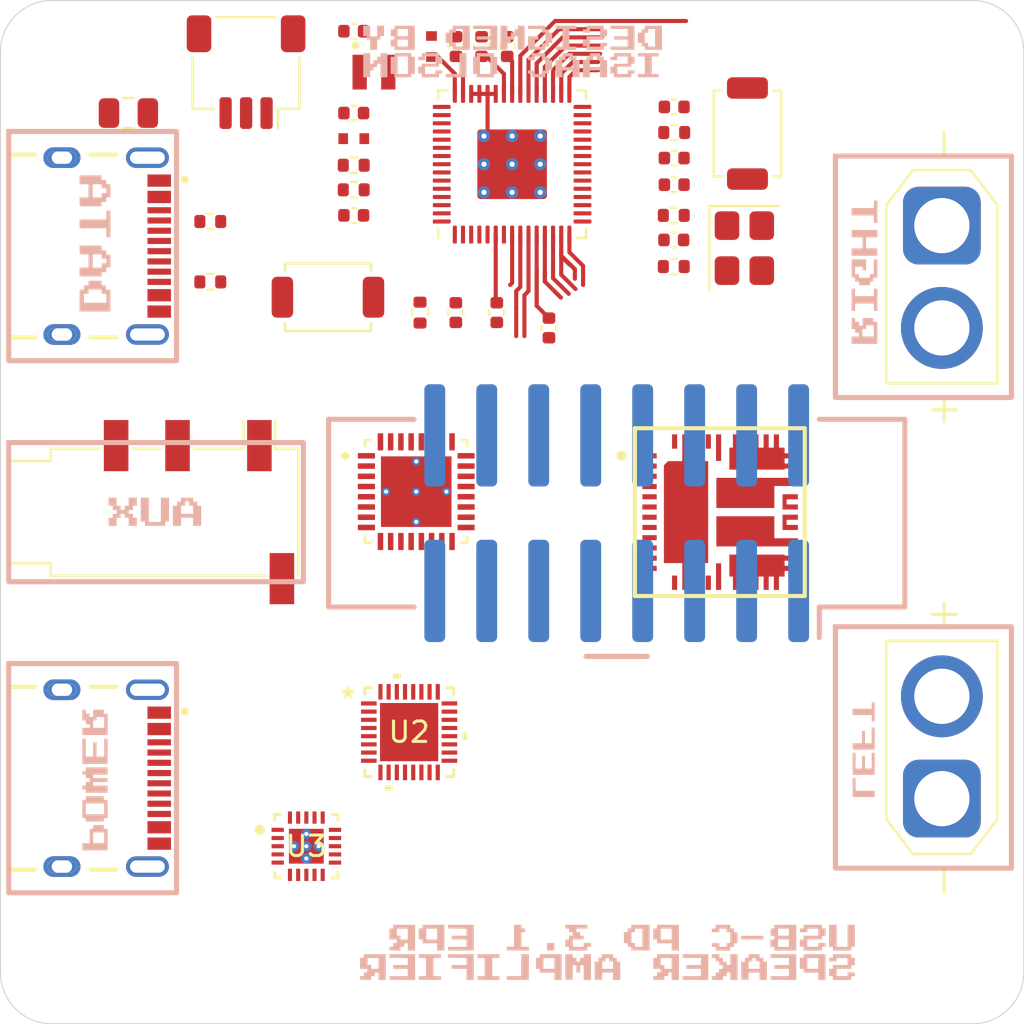
<source format=kicad_pcb>
(kicad_pcb (version 20241229) (generator "pcbnew") (generator_version "9.0")
  (layers (0 "F.Cu" signal) (4 "In1.Cu" signal) (6 "In2.Cu" signal) (8 "In3.Cu" signal) (10 "In4.Cu" signal) (2 "B.Cu" signal) (13 "F.Paste" user) (15 "B.Paste" user) (5 "F.SilkS" user "F.Silkscreen") (7 "B.SilkS" user "B.Silkscreen") (1 "F.Mask" user) (3 "B.Mask" user) (25 "Edge.Cuts" user))
  (net 0 "")
  (net 1 "+5V")
  (net 2 "GND")
  (net 3 "/XIN")
  (net 4 "Net-(C4-Pad1)")
  (net 5 "+3V3")
  (net 6 "+1V1")
  (net 7 "/VREG_AVDD")
  (net 8 "Net-(USB_DATA1-CC2)")
  (net 9 "Net-(USB_DATA1-CC1)")
  (net 24 "/SWD")
  (net 25 "/SWCLK")
  (net 26 "/VREG_LX")
  (net 27 "Net-(R1-Pad1)")
  (net 28 "/XOUT")
  (net 29 "/~{USB_BOOT}")
  (net 30 "/QSPI_SS")
  (net 31 "Net-(U1-USB_DP)")
  (net 32 "/USB_D+")
  (net 33 "Net-(U1-USB_DM)")
  (net 34 "/USB_D-")
  (net 35 "/GPIO22")
  (net 36 "/GPIO0")
  (net 37 "/GPIO20")
  (net 38 "/GPIO24")
  (net 39 "/GPIO23")
  (net 40 "/GPIO9")
  (net 41 "/GPIO4")
  (net 42 "/GPIO2")
  (net 43 "/GPIO5")
  (net 44 "/GPIO19")
  (net 45 "/GPIO17")
  (net 46 "/GPIO14")
  (net 47 "/GPIO16")
  (net 48 "/GPIO12")
  (net 49 "/GPIO7")
  (net 50 "/GPIO8")
  (net 51 "/QSPI_SD2")
  (net 52 "/RUN")
  (net 53 "/GPIO21")
  (net 54 "/GPIO25")
  (net 55 "/GPIO15")
  (net 56 "/GPIO3")
  (net 57 "/QSPI_SD0")
  (net 58 "/GPIO6")
  (net 59 "/GPIO13")
  (net 60 "/QSPI_SD3")
  (net 61 "/GPIO1")
  (net 62 "/GPIO11")
  (net 63 "/GPIO10")
  (net 64 "/QSPI_SD1")
  (net 65 "/QSPI_SCLK")
  (net 66 "/GPIO18")
  (footprint "MountingHole:MountingHole_2.1mm" (layer "F.Cu") (at 147.5 147.5)
    (property "Reference" "H3" (hide yes))
    (property "Value" "MountingHole" (hide yes))
  )
  (footprint "TI:RUK0020B-MFG" (layer "F.Cu") (at 114.944364 141.325737)
    (property "Reference" "U3")
    (property "Value" "TPD4S480RUKR" (hide yes))
  )
  (footprint "Capacitor_SMD:C_0805_2012Metric" (layer "F.Cu") (at 106.25 105.5)
    (property "Reference" "C2" (hide yes))
    (property "Value" "10u" (hide yes))
  )
  (footprint "RP2350_60QFN_minimal:RP2350-QFN-60-1EP_7x7_P0.4mm_EP3.4x3.4mm_ThermalVias" (layer "F.Cu") (at 125 108 90)
    (property "Reference" "U1" (hide yes))
    (property "Value" "RP2350_60QFN" (hide yes))
  )
  (footprint "Resistor_SMD:R_0402_1005Metric" (layer "F.Cu") (at 117.26 108.05)
    (property "Reference" "R8" (hide yes))
    (property "Value" "27" (hide yes))
  )
  (footprint "Capacitor_SMD:C_0402_1005Metric" (layer "F.Cu") (at 117.26 105.5 180)
    (property "Reference" "C12" (hide yes))
    (property "Value" "100n" (hide yes))
  )
  (footprint "Button_Switch_SMD:SW_SPST_TS-1088-xR020" (layer "F.Cu") (at 136.5 106.5 -90)
    (property "Reference" "SW2" (hide yes))
    (property "Value" "SW_Push" (hide yes))
  )
  (footprint "USB4105_GF_A_120:GCT_USB4105-GF-A-120" (layer "F.Cu") (at 103 112 -90)
    (property "Reference" "USB_DATA1" (hide yes))
    (property "Value" "USB4105-GF-A-120" (hide yes))
    (fp_line (start -4.62 0.4) (end -4.62 -0.4) (stroke (width 0.01)) (layer "Edge.Cuts"))
    (fp_line (start 4.02 0.4) (end 4.02 -0.4) (stroke (width 0.01)) (layer "Edge.Cuts"))
    (fp_line (start -4.02 -0.4) (end -4.02 0.4) (stroke (width 0.01)) (layer "Edge.Cuts"))
    (fp_line (start 4.62 -0.4) (end 4.62 0.4) (stroke (width 0.01)) (layer "Edge.Cuts"))
    (fp_arc (start -4.32 0.7) (mid -4.532132 0.612132) (end -4.62 0.4) (stroke (width 0.01)) (layer "Edge.Cuts"))
    (fp_arc (start 4.32 0.7) (mid 4.107868 0.612132) (end 4.02 0.4) (stroke (width 0.01)) (layer "Edge.Cuts"))
    (fp_arc (start -4.02 0.4) (mid -4.107868 0.612132) (end -4.32 0.7) (stroke (width 0.01)) (layer "Edge.Cuts"))
    (fp_arc (start 4.62 0.4) (mid 4.532132 0.612132) (end 4.32 0.7) (stroke (width 0.01)) (layer "Edge.Cuts"))
    (fp_arc (start -4.62 -0.4) (mid -4.532132 -0.612132) (end -4.32 -0.7) (stroke (width 0.01)) (layer "Edge.Cuts"))
    (fp_arc (start 4.02 -0.4) (mid 4.107868 -0.612132) (end 4.32 -0.7) (stroke (width 0.01)) (layer "Edge.Cuts"))
    (fp_arc (start -4.32 -0.7) (mid -4.107868 -0.612132) (end -4.02 -0.4) (stroke (width 0.01)) (layer "Edge.Cuts"))
    (fp_arc (start 4.32 -0.7) (mid 4.532132 -0.612132) (end 4.62 -0.4) (stroke (width 0.01)) (layer "Edge.Cuts"))
  )
  (footprint "Library:IFX-PG-IQFN-42-1-V" (layer "F.Cu") (at 135 125)
    (property "Reference" "U5" (hide yes))
    (property "Value" "MA5332MS" (hide yes))
  )
  (footprint "RP2350_60QFN_minimal:C_0402_1005Metric_small_pads" (layer "F.Cu") (at 121.06 102.25 90)
    (property "Reference" "C6" (hide yes))
    (property "Value" "4.7u" (hide yes))
  )
  (footprint "Capacitor_SMD:C_0402_1005Metric" (layer "F.Cu") (at 132.92 107.7 180)
    (property "Reference" "C4" (hide yes))
    (property "Value" "15p" (hide yes))
  )
  (footprint "Capacitor_SMD:C_0402_1005Metric" (layer "F.Cu") (at 132.9 111.7)
    (property "Reference" "C3" (hide yes))
    (property "Value" "15p" (hide yes))
  )
  (footprint "Capacitor_SMD:C_0402_1005Metric" (layer "F.Cu") (at 117.26 101.5 180)
    (property "Reference" "C9" (hide yes))
    (property "Value" "4.7u" (hide yes))
  )
  (footprint "USB4105_GF_A_120:GCT_USB4105-GF-A-120" (layer "F.Cu") (at 103 138 -90)
    (property "Reference" "USB_POWER1" (hide yes))
    (property "Value" "USB4105-GF-A-120" (hide yes))
    (fp_line (start -4.62 0.4) (end -4.62 -0.4) (stroke (width 0.01)) (layer "Edge.Cuts"))
    (fp_line (start 4.02 0.4) (end 4.02 -0.4) (stroke (width 0.01)) (layer "Edge.Cuts"))
    (fp_line (start -4.02 -0.4) (end -4.02 0.4) (stroke (width 0.01)) (layer "Edge.Cuts"))
    (fp_line (start 4.62 -0.4) (end 4.62 0.4) (stroke (width 0.01)) (layer "Edge.Cuts"))
    (fp_arc (start -4.32 0.7) (mid -4.532132 0.612132) (end -4.62 0.4) (stroke (width 0.01)) (layer "Edge.Cuts"))
    (fp_arc (start 4.32 0.7) (mid 4.107868 0.612132) (end 4.02 0.4) (stroke (width 0.01)) (layer "Edge.Cuts"))
    (fp_arc (start -4.02 0.4) (mid -4.107868 0.612132) (end -4.32 0.7) (stroke (width 0.01)) (layer "Edge.Cuts"))
    (fp_arc (start 4.62 0.4) (mid 4.532132 0.612132) (end 4.32 0.7) (stroke (width 0.01)) (layer "Edge.Cuts"))
    (fp_arc (start -4.62 -0.4) (mid -4.532132 -0.612132) (end -4.32 -0.7) (stroke (width 0.01)) (layer "Edge.Cuts"))
    (fp_arc (start 4.02 -0.4) (mid 4.107868 -0.612132) (end 4.32 -0.7) (stroke (width 0.01)) (layer "Edge.Cuts"))
    (fp_arc (start -4.32 -0.7) (mid -4.107868 -0.612132) (end -4.02 -0.4) (stroke (width 0.01)) (layer "Edge.Cuts"))
    (fp_arc (start 4.32 -0.7) (mid 4.532132 -0.612132) (end 4.62 -0.4) (stroke (width 0.01)) (layer "Edge.Cuts"))
  )
  (footprint "Resistor_SMD:R_0402_1005Metric" (layer "F.Cu") (at 132.9 113)
    (property "Reference" "R5" (hide yes))
    (property "Value" "33" (hide yes))
  )
  (footprint "RP2350_60QFN_minimal:C_0402_1005Metric_small_pads" (layer "F.Cu") (at 117.26 106.75 180)
    (property "Reference" "C7" (hide yes))
    (property "Value" "4.7u" (hide yes))
  )
  (footprint "Capacitor_SMD:C_0402_1005Metric" (layer "F.Cu") (at 117.26 110.5 180)
    (property "Reference" "C15" (hide yes))
    (property "Value" "100n" (hide yes))
  )
  (footprint "Connector_AMASS:AMASS_XT30U-F_1x02_P5.0mm_Vertical" (layer "F.Cu") (at 146 139 90)
    (property "Reference" "L_OUT1" (hide yes))
    (property "Value" "Conn_01x02_Socket" (hide yes))
  )
  (footprint "Resistor_SMD:R_0402_1005Metric" (layer "F.Cu") (at 132.9 110.5)
    (property "Reference" "R2" (hide yes))
    (property "Value" "1k" (hide yes))
  )
  (footprint "Capacitor_SMD:C_0402_1005Metric" (layer "F.Cu") (at 122.26 102.25 90)
    (property "Reference" "C14" (hide yes))
    (property "Value" "100n" (hide yes))
  )
  (footprint "MountingHole:MountingHole_2.1mm" (layer "F.Cu") (at 147.5 102.5)
    (property "Reference" "H2" (hide yes))
    (property "Value" "MountingHole" (hide yes))
  )
  (footprint "Connector_Audio:Jack_3.5mm_PJ320D_Horizontal" (layer "F.Cu") (at 108.825 125)
    (property "Reference" "TRS1" (hide yes))
    (property "Value" "AudioJack3_Ground" (hide yes))
  )
  (footprint "Capacitor_SMD:C_0402_1005Metric" (layer "F.Cu") (at 132.92 109)
    (property "Reference" "C11" (hide yes))
    (property "Value" "100n" (hide yes))
  )
  (footprint "Resistor_SMD:R_0402_1005Metric" (layer "F.Cu") (at 120.5 115.25 -90)
    (property "Reference" "R6" (hide yes))
    (property "Value" "1k" (hide yes))
  )
  (footprint "Button_Switch_SMD:SW_SPST_TS-1088-xR020" (layer "F.Cu") (at 116 114.5)
    (property "Reference" "SW1" (hide yes))
    (property "Value" "SW_Push" (hide yes))
  )
  (footprint "Resistor_SMD:R_0402_1005Metric" (layer "F.Cu") (at 117.26 109.25)
    (property "Reference" "R7" (hide yes))
    (property "Value" "27" (hide yes))
  )
  (footprint "Capacitor_SMD:C_0402_1005Metric" (layer "F.Cu") (at 122.25 115.25 -90)
    (property "Reference" "C18" (hide yes))
    (property "Value" "100n" (hide yes))
  )
  (footprint "TLV320AIC3204IRHBR:QFN50P500X500X100-33N" (layer "F.Cu") (at 120.315 124)
    (property "Reference" "U4" (hide yes))
    (property "Value" "TLV320AIC3256" (hide yes))
  )
  (footprint "Crystal:Crystal_SMD_3225-4Pin_3.2x2.5mm" (layer "F.Cu") (at 136.35 112.1 -90)
    (property "Reference" "Y1" (hide yes))
    (property "Value" "ABM8-272-T3" (hide yes))
  )
  (footprint "TI2:VQFN32_RSM_TEX" (layer "F.Cu") (at 119.966639 135.749482)
    (property "Reference" "U2")
    (property "Value" "TPS26750SRSMR" (hide yes))
  )
  (footprint "Capacitor_SMD:C_0402_1005Metric" (layer "F.Cu") (at 126.8 116 -90)
    (property "Reference" "C16" (hide yes))
    (property "Value" "100n" (hide yes))
  )
  (footprint "Capacitor_SMD:C_0402_1005Metric" (layer "F.Cu") (at 124.76 102.25 90)
    (property "Reference" "C13" (hide yes))
    (property "Value" "100n" (hide yes))
  )
  (footprint "Resistor_SMD:R_0402_1005Metric" (layer "F.Cu") (at 110.25 110.8 180)
    (property "Reference" "R4" (hide yes))
    (property "Value" "5.1k" (hide yes))
  )
  (footprint "Resistor_SMD:R_0402_1005Metric" (layer "F.Cu") (at 132.92 106.45 180)
    (property "Reference" "R1" (hide yes))
    (property "Value" "1k" (hide yes))
  )
  (footprint "MountingHole:MountingHole_2.1mm" (layer "F.Cu") (at 102.5 147.5)
    (property "Reference" "H4" (hide yes))
    (property "Value" "MountingHole" (hide yes))
  )
  (footprint "MountingHole:MountingHole_2.1mm" (layer "F.Cu") (at 102.5 102.5)
    (property "Reference" "H1" (hide yes))
    (property "Value" "MountingHole" (hide yes))
  )
  (footprint "Capacitor_SMD:C_0402_1005Metric" (layer "F.Cu") (at 132.92 105.2)
    (property "Reference" "C17" (hide yes))
    (property "Value" "100n" (hide yes))
  )
  (footprint "Capacitor_SMD:C_0402_1005Metric" (layer "F.Cu") (at 123.51 102.25 90)
    (property "Reference" "C8" (hide yes))
    (property "Value" "100n" (hide yes))
  )
  (footprint "Connector_JST:JST_SH_SM03B-SRSS-TB_1x03-1MP_P1.00mm_Horizontal" (layer "F.Cu") (at 112 103.5 180)
    (property "Reference" "J4" (hide yes))
    (property "Value" "SM03B-SRSS-TB" (hide yes))
  )
  (footprint "RP2350_60QFN_minimal:L_pol_2016" (layer "F.Cu") (at 118.25 103.5)
    (property "Reference" "L1" (hide yes))
    (property "Value" "3.3u" (hide yes))
  )
  (footprint "Capacitor_SMD:C_0402_1005Metric" (layer "F.Cu") (at 124.25 115.25 -90)
    (property "Reference" "C10" (hide yes))
    (property "Value" "4.7u" (hide yes))
  )
  (footprint "Connector_AMASS:AMASS_XT30U-F_1x02_P5.0mm_Vertical" (layer "F.Cu") (at 146 111 -90)
    (property "Reference" "R_OUT1" (hide yes))
    (property "Value" "Conn_01x02_Socket" (hide yes))
  )
  (footprint "Resistor_SMD:R_0402_1005Metric" (layer "F.Cu") (at 110.25 113.75 180)
    (property "Reference" "R3" (hide yes))
    (property "Value" "5.1k" (hide yes))
  )
  (footprint "LOGO" (layer "B.Cu") (at 104.6 111.8 90)
    (property "Reference" "G***" (hide yes))
    (property "Value" "LOGO" (hide yes))
  )
  (footprint "LOGO" (layer "B.Cu") (at 142.2 113.2 90)
    (property "Reference" "G***" (hide yes))
    (property "Value" "LOGO" (hide yes))
  )
  (footprint "LOGO" (layer "B.Cu") (at 129.5 146.5 180)
    (property "Reference" "G***" (hide yes))
    (property "Value" "LOGO" (hide yes))
  )
  (footprint "LOGO" (layer "B.Cu") (at 107.495 125 180)
    (property "Reference" "G***" (hide yes))
    (property "Value" "LOGO" (hide yes))
  )
  (footprint "LOGO" (layer "B.Cu") (at 125 102.5 180)
    (property "Reference" "G***" (hide yes))
    (property "Value" "LOGO" (hide yes))
  )
  (footprint "LOGO" (layer "B.Cu") (at 112.25 146.5 180)
    (property "Reference" "G***" (hide yes))
    (property "Value" "LOGO" (hide yes))
  )
  (footprint "Connector_IDC:IDC-Header_2x08_P2.54mm_Vertical_SMD" (layer "B.Cu") (at 130.11 125.05 90)
    (property "Reference" "HUB75" (hide yes))
    (property "Value" "Conn_02x08_Odd_Even" (hide yes))
  )
  (footprint "LOGO" (layer "B.Cu") (at 142.2 136.6 90)
    (property "Reference" "G***" (hide yes))
    (property "Value" "LOGO" (hide yes))
  )
  (footprint "LOGO" (layer "B.Cu") (at 104.6 138 90)
    (property "Reference" "G***" (hide yes))
    (property "Value" "LOGO" (hide yes))
  )
  (gr_rect (start 100.4 132.4) (end 108.6 143.6) (stroke (width 0.25)) (fill no) (layer "B.SilkS"))
  (gr_rect (start 140.8 130.6) (end 149.4 142.4) (stroke (width 0.25)) (fill no) (layer "B.SilkS"))
  (gr_rect (start 140.8 107.6) (end 149.4 119.4) (stroke (width 0.25)) (fill no) (layer "B.SilkS"))
  (gr_rect (start 100.4 106.4) (end 108.6 117.6) (stroke (width 0.25)) (fill no) (layer "B.SilkS"))
  (gr_rect (start 100.4 121.6) (end 114.8 128.4) (stroke (width 0.25)) (fill no) (layer "B.SilkS"))
  (gr_arc (start 100 102.5) (mid 100.732233 100.732233) (end 102.5 100) (stroke (width 0.05)) (layer "Edge.Cuts"))
  (gr_arc (start 102.5 150) (mid 100.732233 149.267767) (end 100 147.5) (stroke (width 0.05)) (layer "Edge.Cuts"))
  (gr_line (start 147.5 100) (end 102.5 100) (stroke (width 0.05)) (layer "Edge.Cuts"))
  (gr_arc (start 147.5 100) (mid 149.267767 100.732233) (end 150 102.5) (stroke (width 0.05)) (layer "Edge.Cuts"))
  (gr_arc (start 150 147.5) (mid 149.267767 149.267767) (end 147.5 150) (stroke (width 0.05)) (layer "Edge.Cuts"))
  (gr_line (start 102.5 150) (end 147.5 150) (stroke (width 0.05)) (layer "Edge.Cuts"))
  (gr_line (start 100 102.5) (end 100 147.5) (stroke (width 0.05)) (layer "Edge.Cuts"))
  (gr_line (start 150 147.5) (end 150 102.5) (stroke (width 0.05)) (layer "Edge.Cuts"))
  (segment (start 123.8 106.8) (end 125 108) (width 0.2) (layer "F.Cu") (net 2))
  (segment (start 123.8 104.5625) (end 123.8 106.8) (width 0.2) (layer "F.Cu") (net 2))
  (segment (start 123 104.5625) (end 124.2 104.5625) (width 0.2) (layer "F.Cu") (net 2))
  (segment (start 133.4 107.7) (end 133.42 107.7) (width 0.2) (layer "F.Cu") (net 4))
  (segment (start 121.39 102.765) (end 121.06 102.765) (width 0.2) (layer "F.Cu") (net 5))
  (segment (start 122.6 103.07) (end 122.26 102.73) (width 0.2) (layer "F.Cu") (net 5))
  (segment (start 126.2 114.92) (end 126.8 115.52) (width 0.2) (layer "F.Cu") (net 5))
  (segment (start 122.2 103.575) (end 121.39 102.765) (width 0.2) (layer "F.Cu") (net 5))
  (segment (start 122.6 104.5625) (end 122.6 103.07) (width 0.2) (layer "F.Cu") (net 5))
  (segment (start 126.2 111.4375) (end 126.2 113.2) (width 0.2) (layer "F.Cu") (net 5))
  (segment (start 126.2 113.2) (end 126.2 114.72) (width 0.2) (layer "F.Cu") (net 5))
  (segment (start 126.2 113.2) (end 126.2 114.92) (width 0.2) (layer "F.Cu") (net 5))
  (segment (start 125 104.5625) (end 125 102.97) (width 0.2) (layer "F.Cu") (net 5))
  (segment (start 122.2 104.5625) (end 122.2 103.575) (width 0.2) (layer "F.Cu") (net 5))
  (segment (start 125 102.97) (end 124.76 102.73) (width 0.2) (layer "F.Cu") (net 5))
  (segment (start 124.6 103.585) (end 123.745 102.73) (width 0.2) (layer "F.Cu") (net 6))
  (segment (start 123.745 102.73) (end 123.51 102.73) (width 0.2) (layer "F.Cu") (net 6))
  (segment (start 124.2 114.72) (end 124.25 114.77) (width 0.2) (layer "F.Cu") (net 6))
  (segment (start 124.2 111.4375) (end 124.2 114.72) (width 0.2) (layer "F.Cu") (net 6))
  (segment (start 124.6 104.5625) (end 124.6 103.585) (width 0.2) (layer "F.Cu") (net 6))
  (segment (start 127.6312 102.203) (end 129.4 102.203) (width 0.2) (layer "F.Cu") (net 35))
  (segment (start 127.3671 102.4671) (end 127.6312 102.203) (width 0.2) (layer "F.Cu") (net 35))
  (segment (start 126.6 103.2342) (end 126.6 104.5625) (width 0.2) (layer "F.Cu") (net 35))
  (segment (start 127.3671 102.4671) (end 126.6 103.2342) (width 0.2) (layer "F.Cu") (net 35))
  (segment (start 127.5342 102.3) (end 127.3671 102.4671) (width 0.2) (layer "F.Cu") (net 35))
  (segment (start 127.4 103.6) (end 127.4 103.7) (width 0.2) (layer "F.Cu") (net 37))
  (segment (start 127.4 103.5671) (end 127.9621 103.005) (width 0.2) (layer "F.Cu") (net 37))
  (segment (start 127.4 103.7) (end 127.4 104.5625) (width 0.2) (layer "F.Cu") (net 37))
  (segment (start 127.9621 103.005) (end 129.2 103.005) (width 0.2) (layer "F.Cu") (net 37))
  (segment (start 127.4 103.7) (end 127.4 103.5671) (width 0.2) (layer "F.Cu") (net 37))
  (segment (start 127.299 101.401) (end 129.299 101.401) (width 0.2) (layer "F.Cu") (net 38))
  (segment (start 125.8 102.9) (end 127.299 101.401) (width 0.2) (layer "F.Cu") (net 38))
  (segment (start 129.299 101.401) (end 129.3 101.4) (width 0.2) (layer "F.Cu") (net 38))
  (segment (start 125.8 104.5625) (end 125.8 102.9) (width 0.2) (layer "F.Cu") (net 38))
  (segment (start 129.398 101.802) (end 129.4 101.8) (width 0.2) (layer "F.Cu") (net 39))
  (segment (start 126.2 103.0671) (end 127.4651 101.802) (width 0.2) (layer "F.Cu") (net 39))
  (segment (start 126.2 103.6) (end 126.2 103.0671) (width 0.2) (layer "F.Cu") (net 39))
  (segment (start 126.2 103.6) (end 126.2 103.1) (width 0.2) (layer "F.Cu") (net 39))
  (segment (start 127.4651 101.802) (end 129.398 101.802) (width 0.2) (layer "F.Cu") (net 39))
  (segment (start 126.2 104.5625) (end 126.2 103.6) (width 0.2) (layer "F.Cu") (net 39))
  (segment (start 127.76645 114.33355) (end 127 113.5671) (width 0.2) (layer "F.Cu") (net 40))
  (segment (start 127 111.4375) (end 127 113.3) (width 0.2) (layer "F.Cu") (net 40))
  (segment (start 127 113.5671) (end 127 113.3) (width 0.2) (layer "F.Cu") (net 40))
  (segment (start 125 113.8) (end 124.9 113.9) (width 0.2) (layer "F.Cu") (net 43))
  (segment (start 125 111.4375) (end 125 113.8) (width 0.2) (layer "F.Cu") (net 43))
  (segment (start 127.8 103.7342) (end 128.1282 103.406) (width 0.2) (layer "F.Cu") (net 44))
  (segment (start 128.1282 103.406) (end 129.2 103.406) (width 0.2) (layer "F.Cu") (net 44))
  (segment (start 127.8 104.5625) (end 127.8 103.7342) (width 0.2) (layer "F.Cu") (net 44))
  (segment (start 125.8 114.2) (end 125.6 114.4) (width 0.2) (layer "F.Cu") (net 49))
  (segment (start 125.6 114.4) (end 125.6 116.4) (width 0.2) (layer "F.Cu") (net 49))
  (segment (start 125.8 111.4375) (end 125.8 114.2) (width 0.2) (layer "F.Cu") (net 49))
  (segment (start 126.6 113.7342) (end 126.6 113.3) (width 0.2) (layer "F.Cu") (net 50))
  (segment (start 126.6 111.4375) (end 126.6 113.3) (width 0.2) (layer "F.Cu") (net 50))
  (segment (start 126.6 113.5) (end 126.6 113.7342) (width 0.2) (layer "F.Cu") (net 50))
  (segment (start 127.0658 114.2) (end 127.3829 114.5171) (width 0.2) (layer "F.Cu") (net 50))
  (segment (start 126.6 113.3) (end 126.6 113.5) (width 0.2) (layer "F.Cu") (net 50))
  (segment (start 127.3829 114.5171) (end 126.6 113.7342) (width 0.2) (layer "F.Cu") (net 50))
  (segment (start 127.796 102.604) (end 127.8 102.604) (width 0.2) (layer "F.Cu") (net 53))
  (segment (start 128.6 102.604) (end 129.3 102.604) (width 0.2) (layer "F.Cu") (net 53))
  (segment (start 127 104.5625) (end 127 103.4) (width 0.2) (layer "F.Cu") (net 53))
  (segment (start 127.8 102.604) (end 128.6 102.604) (width 0.2) (layer "F.Cu") (net 53))
  (segment (start 127.2 103.2) (end 127.796 102.604) (width 0.2) (layer "F.Cu") (net 53))
  (segment (start 127 103.4) (end 127.2 103.2) (width 0.2) (layer "F.Cu") (net 53))
  (segment (start 127.1 101) (end 133.5 101) (width 0.2) (layer "F.Cu") (net 54))
  (segment (start 125.4 104.5625) (end 125.4 102.7) (width 0.2) (layer "F.Cu") (net 54))
  (segment (start 125.4 102.7) (end 127.1 101) (width 0.2) (layer "F.Cu") (net 54))
  (segment (start 125.3 114.1) (end 125.199 114.201) (width 0.2) (layer "F.Cu") (net 58))
  (segment (start 125.4 114) (end 125.3 114.1) (width 0.2) (layer "F.Cu") (net 58))
  (segment (start 125.199 115) (end 125.199 116.4) (width 0.2) (layer "F.Cu") (net 58))
  (segment (start 125.199 114.201) (end 125.199 115) (width 0.2) (layer "F.Cu") (net 58))
  (segment (start 125.4 111.4375) (end 125.4 114) (width 0.2) (layer "F.Cu") (net 58))
  (segment (start 127.8 112.3) (end 128.4671 112.9671) (width 0.2) (layer "F.Cu") (net 62))
  (segment (start 128.4671 112.9671) (end 128.4671 113.9) (width 0.2) (layer "F.Cu") (net 62))
  (segment (start 127.8 111.4375) (end 127.8 112.3) (width 0.2) (layer "F.Cu") (net 62))
  (segment (start 127.4 112.5) (end 127.8 112.9) (width 0.2) (layer "F.Cu") (net 63))
  (segment (start 128.0661 113.1332) (end 128.0661 113.5) (width 0.2) (layer "F.Cu") (net 63))
  (segment (start 128.0661 113.1332) (end 127.401 112.4681) (width 0.2) (layer "F.Cu") (net 63))
  (segment (start 127.4 112.2) (end 127.4 113.4) (width 0.2) (layer "F.Cu") (net 63))
  (segment (start 127.4 111.4375) (end 127.4 112.2) (width 0.2) (layer "F.Cu") (net 63))
  (segment (start 128.0661 113.5) (end 128.0661 113.6) (width 0.2) (layer "F.Cu") (net 63))
  (segment (start 127.4 113.4) (end 128.1 114.1) (width 0.2) (layer "F.Cu") (net 63))
  (segment (start 127.8 112.9) (end 127.8329 112.9) (width 0.2) (layer "F.Cu") (net 63))
  (segment (start 127.4 112.2) (end 127.4 112.5) (width 0.2) (layer "F.Cu") (net 63))
  (segment (start 127.8329 112.9) (end 128.0661 113.1332) (width 0.2) (layer "F.Cu") (net 63))
)
</source>
